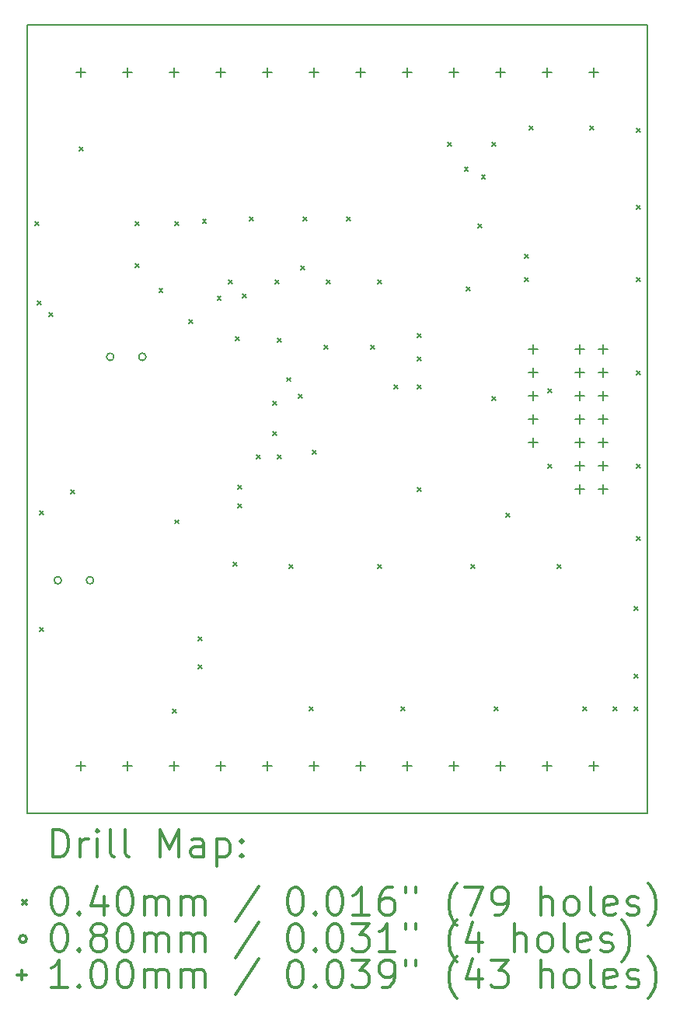
<source format=gbr>
%FSLAX45Y45*%
G04 Gerber Fmt 4.5, Leading zero omitted, Abs format (unit mm)*
G04 Created by KiCad (PCBNEW 5.0.2) date Fr 28 Dez 2018 21:47:53 CET*
%MOMM*%
%LPD*%
G01*
G04 APERTURE LIST*
%ADD10C,0.200000*%
%ADD11C,0.300000*%
G04 APERTURE END LIST*
D10*
X11909050Y-3619250D02*
X5152650Y-3619250D01*
X11909050Y-12204450D02*
X11909050Y-3619250D01*
X5152650Y-12204450D02*
X11909050Y-12204450D01*
X5152650Y-3619250D02*
X5152650Y-12204450D01*
D10*
X5234250Y-5758250D02*
X5274250Y-5798250D01*
X5274250Y-5758250D02*
X5234250Y-5798250D01*
X5259650Y-6621850D02*
X5299650Y-6661850D01*
X5299650Y-6621850D02*
X5259650Y-6661850D01*
X5285050Y-8907850D02*
X5325050Y-8947850D01*
X5325050Y-8907850D02*
X5285050Y-8947850D01*
X5285050Y-10177850D02*
X5325050Y-10217850D01*
X5325050Y-10177850D02*
X5285050Y-10217850D01*
X5386650Y-6748850D02*
X5426650Y-6788850D01*
X5426650Y-6748850D02*
X5386650Y-6788850D01*
X5621600Y-8679250D02*
X5661600Y-8719250D01*
X5661600Y-8679250D02*
X5621600Y-8719250D01*
X5716850Y-4945450D02*
X5756850Y-4985450D01*
X5756850Y-4945450D02*
X5716850Y-4985450D01*
X6326450Y-5758250D02*
X6366450Y-5798250D01*
X6366450Y-5758250D02*
X6326450Y-5798250D01*
X6326450Y-6215450D02*
X6366450Y-6255450D01*
X6366450Y-6215450D02*
X6326450Y-6255450D01*
X6585600Y-6489700D02*
X6625600Y-6529700D01*
X6625600Y-6489700D02*
X6585600Y-6529700D01*
X6736000Y-11066850D02*
X6776000Y-11106850D01*
X6776000Y-11066850D02*
X6736000Y-11106850D01*
X6758250Y-5758250D02*
X6798250Y-5798250D01*
X6798250Y-5758250D02*
X6758250Y-5798250D01*
X6759450Y-9008250D02*
X6799450Y-9048250D01*
X6799450Y-9008250D02*
X6759450Y-9048250D01*
X6910650Y-6825050D02*
X6950650Y-6865050D01*
X6950650Y-6825050D02*
X6910650Y-6865050D01*
X7012250Y-10279450D02*
X7052250Y-10319450D01*
X7052250Y-10279450D02*
X7012250Y-10319450D01*
X7012250Y-10589400D02*
X7052250Y-10629400D01*
X7052250Y-10589400D02*
X7012250Y-10629400D01*
X7060300Y-5735600D02*
X7100300Y-5775600D01*
X7100300Y-5735600D02*
X7060300Y-5775600D01*
X7221649Y-6571052D02*
X7261649Y-6611052D01*
X7261649Y-6571052D02*
X7221649Y-6611052D01*
X7342450Y-6393250D02*
X7382450Y-6433250D01*
X7382450Y-6393250D02*
X7342450Y-6433250D01*
X7393250Y-9466649D02*
X7433250Y-9506649D01*
X7433250Y-9466649D02*
X7393250Y-9506649D01*
X7418650Y-7015550D02*
X7458650Y-7055550D01*
X7458650Y-7015550D02*
X7418650Y-7055550D01*
X7444050Y-8628450D02*
X7484050Y-8668450D01*
X7484050Y-8628450D02*
X7444050Y-8668450D01*
X7444050Y-8831650D02*
X7484050Y-8871650D01*
X7484050Y-8831650D02*
X7444050Y-8871650D01*
X7494850Y-6545650D02*
X7534850Y-6585650D01*
X7534850Y-6545650D02*
X7494850Y-6585650D01*
X7571050Y-5707450D02*
X7611050Y-5747450D01*
X7611050Y-5707450D02*
X7571050Y-5747450D01*
X7647250Y-8298250D02*
X7687250Y-8338250D01*
X7687250Y-8298250D02*
X7647250Y-8338250D01*
X7825050Y-7714050D02*
X7865050Y-7754050D01*
X7865050Y-7714050D02*
X7825050Y-7754050D01*
X7825050Y-8044250D02*
X7865050Y-8084250D01*
X7865050Y-8044250D02*
X7825050Y-8084250D01*
X7850450Y-6393250D02*
X7890450Y-6433250D01*
X7890450Y-6393250D02*
X7850450Y-6433250D01*
X7875850Y-7028250D02*
X7915850Y-7068250D01*
X7915850Y-7028250D02*
X7875850Y-7068250D01*
X7875850Y-8298250D02*
X7915850Y-8338250D01*
X7915850Y-8298250D02*
X7875850Y-8338250D01*
X7978752Y-7458748D02*
X8018752Y-7498748D01*
X8018752Y-7458748D02*
X7978752Y-7498748D01*
X8002850Y-9492050D02*
X8042850Y-9532050D01*
X8042850Y-9492050D02*
X8002850Y-9532050D01*
X8002850Y-9492050D02*
X8042850Y-9532050D01*
X8042850Y-9492050D02*
X8002850Y-9532050D01*
X8102867Y-7639433D02*
X8142867Y-7679433D01*
X8142867Y-7639433D02*
X8102867Y-7679433D01*
X8129850Y-6240850D02*
X8169850Y-6280850D01*
X8169850Y-6240850D02*
X8129850Y-6280850D01*
X8155250Y-5707450D02*
X8195250Y-5747450D01*
X8195250Y-5707450D02*
X8155250Y-5747450D01*
X8221900Y-11041450D02*
X8261900Y-11081450D01*
X8261900Y-11041450D02*
X8221900Y-11081450D01*
X8256850Y-8247450D02*
X8296850Y-8287450D01*
X8296850Y-8247450D02*
X8256850Y-8287450D01*
X8383850Y-7104450D02*
X8423850Y-7144450D01*
X8423850Y-7104450D02*
X8383850Y-7144450D01*
X8409250Y-6393250D02*
X8449250Y-6433250D01*
X8449250Y-6393250D02*
X8409250Y-6433250D01*
X8631850Y-5707450D02*
X8671850Y-5747450D01*
X8671850Y-5707450D02*
X8631850Y-5747450D01*
X8891850Y-7104450D02*
X8931850Y-7144450D01*
X8931850Y-7104450D02*
X8891850Y-7144450D01*
X8968050Y-6393250D02*
X9008050Y-6433250D01*
X9008050Y-6393250D02*
X8968050Y-6433250D01*
X8968050Y-9492050D02*
X9008050Y-9532050D01*
X9008050Y-9492050D02*
X8968050Y-9532050D01*
X9145850Y-7536250D02*
X9185850Y-7576250D01*
X9185850Y-7536250D02*
X9145850Y-7576250D01*
X9225200Y-11041450D02*
X9265200Y-11081450D01*
X9265200Y-11041450D02*
X9225200Y-11081450D01*
X9397800Y-8653850D02*
X9437800Y-8693850D01*
X9437800Y-8653850D02*
X9397800Y-8693850D01*
X9399850Y-6977450D02*
X9439850Y-7017450D01*
X9439850Y-6977450D02*
X9399850Y-7017450D01*
X9399850Y-7231450D02*
X9439850Y-7271450D01*
X9439850Y-7231450D02*
X9399850Y-7271450D01*
X9399850Y-7536250D02*
X9439850Y-7576250D01*
X9439850Y-7536250D02*
X9399850Y-7576250D01*
X9730050Y-4894650D02*
X9770050Y-4934650D01*
X9770050Y-4894650D02*
X9730050Y-4934650D01*
X9913000Y-5168900D02*
X9953000Y-5208900D01*
X9953000Y-5168900D02*
X9913000Y-5208900D01*
X9933250Y-6469450D02*
X9973250Y-6509450D01*
X9973250Y-6469450D02*
X9933250Y-6509450D01*
X9984050Y-9492050D02*
X10024050Y-9532050D01*
X10024050Y-9492050D02*
X9984050Y-9532050D01*
X10060250Y-5786799D02*
X10100250Y-5826799D01*
X10100250Y-5786799D02*
X10060250Y-5826799D01*
X10100250Y-5250250D02*
X10140250Y-5290250D01*
X10140250Y-5250250D02*
X10100250Y-5290250D01*
X10212649Y-7663250D02*
X10252649Y-7703250D01*
X10252649Y-7663250D02*
X10212649Y-7703250D01*
X10212650Y-4894650D02*
X10252650Y-4934650D01*
X10252650Y-4894650D02*
X10212650Y-4934650D01*
X10241200Y-11041450D02*
X10281200Y-11081450D01*
X10281200Y-11041450D02*
X10241200Y-11081450D01*
X10365050Y-8933250D02*
X10405050Y-8973250D01*
X10405050Y-8933250D02*
X10365050Y-8973250D01*
X10568250Y-6113850D02*
X10608250Y-6153850D01*
X10608250Y-6113850D02*
X10568250Y-6153850D01*
X10568250Y-6367850D02*
X10608250Y-6407850D01*
X10608250Y-6367850D02*
X10568250Y-6407850D01*
X10619050Y-4716850D02*
X10659050Y-4756850D01*
X10659050Y-4716850D02*
X10619050Y-4756850D01*
X10822250Y-7580851D02*
X10862250Y-7620851D01*
X10862250Y-7580851D02*
X10822250Y-7620851D01*
X10822250Y-8399850D02*
X10862250Y-8439850D01*
X10862250Y-8399850D02*
X10822250Y-8439850D01*
X10923850Y-9492050D02*
X10963850Y-9532050D01*
X10963850Y-9492050D02*
X10923850Y-9532050D01*
X11206400Y-11041450D02*
X11246400Y-11081450D01*
X11246400Y-11041450D02*
X11206400Y-11081450D01*
X11279450Y-4716850D02*
X11319450Y-4756850D01*
X11319450Y-4716850D02*
X11279450Y-4756850D01*
X11533450Y-11041450D02*
X11573450Y-11081450D01*
X11573450Y-11041450D02*
X11533450Y-11081450D01*
X11762050Y-9949250D02*
X11802050Y-9989250D01*
X11802050Y-9949250D02*
X11762050Y-9989250D01*
X11762050Y-10685850D02*
X11802050Y-10725850D01*
X11802050Y-10685850D02*
X11762050Y-10725850D01*
X11762050Y-11041450D02*
X11802050Y-11081450D01*
X11802050Y-11041450D02*
X11762050Y-11081450D01*
X11787450Y-4742250D02*
X11827450Y-4782250D01*
X11827450Y-4742250D02*
X11787450Y-4782250D01*
X11787450Y-5580450D02*
X11827450Y-5620450D01*
X11827450Y-5580450D02*
X11787450Y-5620450D01*
X11787450Y-6367850D02*
X11827450Y-6407850D01*
X11827450Y-6367850D02*
X11787450Y-6407850D01*
X11787450Y-7383850D02*
X11827450Y-7423850D01*
X11827450Y-7383850D02*
X11787450Y-7423850D01*
X11787450Y-8399850D02*
X11827450Y-8439850D01*
X11827450Y-8399850D02*
X11787450Y-8439850D01*
X11787450Y-9187250D02*
X11827450Y-9227250D01*
X11827450Y-9187250D02*
X11787450Y-9227250D01*
X5522850Y-9664450D02*
G75*
G03X5522850Y-9664450I-40000J0D01*
G01*
X5872850Y-9664450D02*
G75*
G03X5872850Y-9664450I-40000J0D01*
G01*
X6093600Y-7232400D02*
G75*
G03X6093600Y-7232400I-40000J0D01*
G01*
X6443600Y-7232400D02*
G75*
G03X6443600Y-7232400I-40000J0D01*
G01*
X11172450Y-7099850D02*
X11172450Y-7199850D01*
X11122450Y-7149850D02*
X11222450Y-7149850D01*
X11172450Y-7353850D02*
X11172450Y-7453850D01*
X11122450Y-7403850D02*
X11222450Y-7403850D01*
X11172450Y-7607850D02*
X11172450Y-7707850D01*
X11122450Y-7657850D02*
X11222450Y-7657850D01*
X11172450Y-7861850D02*
X11172450Y-7961850D01*
X11122450Y-7911850D02*
X11222450Y-7911850D01*
X11172450Y-8115850D02*
X11172450Y-8215850D01*
X11122450Y-8165850D02*
X11222450Y-8165850D01*
X11172450Y-8369850D02*
X11172450Y-8469850D01*
X11122450Y-8419850D02*
X11222450Y-8419850D01*
X11172450Y-8623850D02*
X11172450Y-8723850D01*
X11122450Y-8673850D02*
X11222450Y-8673850D01*
X11426450Y-7099850D02*
X11426450Y-7199850D01*
X11376450Y-7149850D02*
X11476450Y-7149850D01*
X11426450Y-7353850D02*
X11426450Y-7453850D01*
X11376450Y-7403850D02*
X11476450Y-7403850D01*
X11426450Y-7607850D02*
X11426450Y-7707850D01*
X11376450Y-7657850D02*
X11476450Y-7657850D01*
X11426450Y-7861850D02*
X11426450Y-7961850D01*
X11376450Y-7911850D02*
X11476450Y-7911850D01*
X11426450Y-8115850D02*
X11426450Y-8215850D01*
X11376450Y-8165850D02*
X11476450Y-8165850D01*
X11426450Y-8369850D02*
X11426450Y-8469850D01*
X11376450Y-8419850D02*
X11476450Y-8419850D01*
X11426450Y-8623850D02*
X11426450Y-8723850D01*
X11376450Y-8673850D02*
X11476450Y-8673850D01*
X10664050Y-7099850D02*
X10664050Y-7199850D01*
X10614050Y-7149850D02*
X10714050Y-7149850D01*
X10664050Y-7353850D02*
X10664050Y-7453850D01*
X10614050Y-7403850D02*
X10714050Y-7403850D01*
X10664050Y-7607850D02*
X10664050Y-7707850D01*
X10614050Y-7657850D02*
X10714050Y-7657850D01*
X10664050Y-7861850D02*
X10664050Y-7961850D01*
X10614050Y-7911850D02*
X10714050Y-7911850D01*
X10664050Y-8115850D02*
X10664050Y-8215850D01*
X10614050Y-8165850D02*
X10714050Y-8165850D01*
X5736850Y-4086850D02*
X5736850Y-4186850D01*
X5686850Y-4136850D02*
X5786850Y-4136850D01*
X5736850Y-11636850D02*
X5736850Y-11736850D01*
X5686850Y-11686850D02*
X5786850Y-11686850D01*
X6244850Y-4086850D02*
X6244850Y-4186850D01*
X6194850Y-4136850D02*
X6294850Y-4136850D01*
X6244850Y-11636850D02*
X6244850Y-11736850D01*
X6194850Y-11686850D02*
X6294850Y-11686850D01*
X6752850Y-4086850D02*
X6752850Y-4186850D01*
X6702850Y-4136850D02*
X6802850Y-4136850D01*
X6752850Y-11636850D02*
X6752850Y-11736850D01*
X6702850Y-11686850D02*
X6802850Y-11686850D01*
X7260850Y-4086850D02*
X7260850Y-4186850D01*
X7210850Y-4136850D02*
X7310850Y-4136850D01*
X7260850Y-11636850D02*
X7260850Y-11736850D01*
X7210850Y-11686850D02*
X7310850Y-11686850D01*
X7768850Y-4086850D02*
X7768850Y-4186850D01*
X7718850Y-4136850D02*
X7818850Y-4136850D01*
X7768850Y-11636850D02*
X7768850Y-11736850D01*
X7718850Y-11686850D02*
X7818850Y-11686850D01*
X8276850Y-4086850D02*
X8276850Y-4186850D01*
X8226850Y-4136850D02*
X8326850Y-4136850D01*
X8276850Y-11636850D02*
X8276850Y-11736850D01*
X8226850Y-11686850D02*
X8326850Y-11686850D01*
X8784850Y-4086850D02*
X8784850Y-4186850D01*
X8734850Y-4136850D02*
X8834850Y-4136850D01*
X8784850Y-11636850D02*
X8784850Y-11736850D01*
X8734850Y-11686850D02*
X8834850Y-11686850D01*
X9292850Y-4086850D02*
X9292850Y-4186850D01*
X9242850Y-4136850D02*
X9342850Y-4136850D01*
X9292850Y-11636850D02*
X9292850Y-11736850D01*
X9242850Y-11686850D02*
X9342850Y-11686850D01*
X9800850Y-4086850D02*
X9800850Y-4186850D01*
X9750850Y-4136850D02*
X9850850Y-4136850D01*
X9800850Y-11636850D02*
X9800850Y-11736850D01*
X9750850Y-11686850D02*
X9850850Y-11686850D01*
X10308850Y-4086850D02*
X10308850Y-4186850D01*
X10258850Y-4136850D02*
X10358850Y-4136850D01*
X10308850Y-11636850D02*
X10308850Y-11736850D01*
X10258850Y-11686850D02*
X10358850Y-11686850D01*
X10816850Y-4086850D02*
X10816850Y-4186850D01*
X10766850Y-4136850D02*
X10866850Y-4136850D01*
X10816850Y-11636850D02*
X10816850Y-11736850D01*
X10766850Y-11686850D02*
X10866850Y-11686850D01*
X11324850Y-4086850D02*
X11324850Y-4186850D01*
X11274850Y-4136850D02*
X11374850Y-4136850D01*
X11324850Y-11636850D02*
X11324850Y-11736850D01*
X11274850Y-11686850D02*
X11374850Y-11686850D01*
D11*
X5429078Y-12680164D02*
X5429078Y-12380164D01*
X5500507Y-12380164D01*
X5543364Y-12394450D01*
X5571936Y-12423021D01*
X5586221Y-12451593D01*
X5600507Y-12508736D01*
X5600507Y-12551593D01*
X5586221Y-12608736D01*
X5571936Y-12637307D01*
X5543364Y-12665879D01*
X5500507Y-12680164D01*
X5429078Y-12680164D01*
X5729078Y-12680164D02*
X5729078Y-12480164D01*
X5729078Y-12537307D02*
X5743364Y-12508736D01*
X5757650Y-12494450D01*
X5786221Y-12480164D01*
X5814793Y-12480164D01*
X5914793Y-12680164D02*
X5914793Y-12480164D01*
X5914793Y-12380164D02*
X5900507Y-12394450D01*
X5914793Y-12408736D01*
X5929078Y-12394450D01*
X5914793Y-12380164D01*
X5914793Y-12408736D01*
X6100507Y-12680164D02*
X6071936Y-12665879D01*
X6057650Y-12637307D01*
X6057650Y-12380164D01*
X6257650Y-12680164D02*
X6229078Y-12665879D01*
X6214793Y-12637307D01*
X6214793Y-12380164D01*
X6600507Y-12680164D02*
X6600507Y-12380164D01*
X6700507Y-12594450D01*
X6800507Y-12380164D01*
X6800507Y-12680164D01*
X7071936Y-12680164D02*
X7071936Y-12523021D01*
X7057650Y-12494450D01*
X7029078Y-12480164D01*
X6971936Y-12480164D01*
X6943364Y-12494450D01*
X7071936Y-12665879D02*
X7043364Y-12680164D01*
X6971936Y-12680164D01*
X6943364Y-12665879D01*
X6929078Y-12637307D01*
X6929078Y-12608736D01*
X6943364Y-12580164D01*
X6971936Y-12565879D01*
X7043364Y-12565879D01*
X7071936Y-12551593D01*
X7214793Y-12480164D02*
X7214793Y-12780164D01*
X7214793Y-12494450D02*
X7243364Y-12480164D01*
X7300507Y-12480164D01*
X7329078Y-12494450D01*
X7343364Y-12508736D01*
X7357650Y-12537307D01*
X7357650Y-12623021D01*
X7343364Y-12651593D01*
X7329078Y-12665879D01*
X7300507Y-12680164D01*
X7243364Y-12680164D01*
X7214793Y-12665879D01*
X7486221Y-12651593D02*
X7500507Y-12665879D01*
X7486221Y-12680164D01*
X7471936Y-12665879D01*
X7486221Y-12651593D01*
X7486221Y-12680164D01*
X7486221Y-12494450D02*
X7500507Y-12508736D01*
X7486221Y-12523021D01*
X7471936Y-12508736D01*
X7486221Y-12494450D01*
X7486221Y-12523021D01*
X5102650Y-13154450D02*
X5142650Y-13194450D01*
X5142650Y-13154450D02*
X5102650Y-13194450D01*
X5486221Y-13010164D02*
X5514793Y-13010164D01*
X5543364Y-13024450D01*
X5557650Y-13038736D01*
X5571936Y-13067307D01*
X5586221Y-13124450D01*
X5586221Y-13195879D01*
X5571936Y-13253021D01*
X5557650Y-13281593D01*
X5543364Y-13295879D01*
X5514793Y-13310164D01*
X5486221Y-13310164D01*
X5457650Y-13295879D01*
X5443364Y-13281593D01*
X5429078Y-13253021D01*
X5414793Y-13195879D01*
X5414793Y-13124450D01*
X5429078Y-13067307D01*
X5443364Y-13038736D01*
X5457650Y-13024450D01*
X5486221Y-13010164D01*
X5714793Y-13281593D02*
X5729078Y-13295879D01*
X5714793Y-13310164D01*
X5700507Y-13295879D01*
X5714793Y-13281593D01*
X5714793Y-13310164D01*
X5986221Y-13110164D02*
X5986221Y-13310164D01*
X5914793Y-12995879D02*
X5843364Y-13210164D01*
X6029078Y-13210164D01*
X6200507Y-13010164D02*
X6229078Y-13010164D01*
X6257650Y-13024450D01*
X6271936Y-13038736D01*
X6286221Y-13067307D01*
X6300507Y-13124450D01*
X6300507Y-13195879D01*
X6286221Y-13253021D01*
X6271936Y-13281593D01*
X6257650Y-13295879D01*
X6229078Y-13310164D01*
X6200507Y-13310164D01*
X6171936Y-13295879D01*
X6157650Y-13281593D01*
X6143364Y-13253021D01*
X6129078Y-13195879D01*
X6129078Y-13124450D01*
X6143364Y-13067307D01*
X6157650Y-13038736D01*
X6171936Y-13024450D01*
X6200507Y-13010164D01*
X6429078Y-13310164D02*
X6429078Y-13110164D01*
X6429078Y-13138736D02*
X6443364Y-13124450D01*
X6471936Y-13110164D01*
X6514793Y-13110164D01*
X6543364Y-13124450D01*
X6557650Y-13153021D01*
X6557650Y-13310164D01*
X6557650Y-13153021D02*
X6571936Y-13124450D01*
X6600507Y-13110164D01*
X6643364Y-13110164D01*
X6671936Y-13124450D01*
X6686221Y-13153021D01*
X6686221Y-13310164D01*
X6829078Y-13310164D02*
X6829078Y-13110164D01*
X6829078Y-13138736D02*
X6843364Y-13124450D01*
X6871936Y-13110164D01*
X6914793Y-13110164D01*
X6943364Y-13124450D01*
X6957650Y-13153021D01*
X6957650Y-13310164D01*
X6957650Y-13153021D02*
X6971936Y-13124450D01*
X7000507Y-13110164D01*
X7043364Y-13110164D01*
X7071936Y-13124450D01*
X7086221Y-13153021D01*
X7086221Y-13310164D01*
X7671936Y-12995879D02*
X7414793Y-13381593D01*
X8057650Y-13010164D02*
X8086221Y-13010164D01*
X8114793Y-13024450D01*
X8129078Y-13038736D01*
X8143364Y-13067307D01*
X8157650Y-13124450D01*
X8157650Y-13195879D01*
X8143364Y-13253021D01*
X8129078Y-13281593D01*
X8114793Y-13295879D01*
X8086221Y-13310164D01*
X8057650Y-13310164D01*
X8029078Y-13295879D01*
X8014793Y-13281593D01*
X8000507Y-13253021D01*
X7986221Y-13195879D01*
X7986221Y-13124450D01*
X8000507Y-13067307D01*
X8014793Y-13038736D01*
X8029078Y-13024450D01*
X8057650Y-13010164D01*
X8286221Y-13281593D02*
X8300507Y-13295879D01*
X8286221Y-13310164D01*
X8271936Y-13295879D01*
X8286221Y-13281593D01*
X8286221Y-13310164D01*
X8486221Y-13010164D02*
X8514793Y-13010164D01*
X8543364Y-13024450D01*
X8557650Y-13038736D01*
X8571936Y-13067307D01*
X8586221Y-13124450D01*
X8586221Y-13195879D01*
X8571936Y-13253021D01*
X8557650Y-13281593D01*
X8543364Y-13295879D01*
X8514793Y-13310164D01*
X8486221Y-13310164D01*
X8457650Y-13295879D01*
X8443364Y-13281593D01*
X8429078Y-13253021D01*
X8414793Y-13195879D01*
X8414793Y-13124450D01*
X8429078Y-13067307D01*
X8443364Y-13038736D01*
X8457650Y-13024450D01*
X8486221Y-13010164D01*
X8871936Y-13310164D02*
X8700507Y-13310164D01*
X8786221Y-13310164D02*
X8786221Y-13010164D01*
X8757650Y-13053021D01*
X8729078Y-13081593D01*
X8700507Y-13095879D01*
X9129078Y-13010164D02*
X9071936Y-13010164D01*
X9043364Y-13024450D01*
X9029078Y-13038736D01*
X9000507Y-13081593D01*
X8986221Y-13138736D01*
X8986221Y-13253021D01*
X9000507Y-13281593D01*
X9014793Y-13295879D01*
X9043364Y-13310164D01*
X9100507Y-13310164D01*
X9129078Y-13295879D01*
X9143364Y-13281593D01*
X9157650Y-13253021D01*
X9157650Y-13181593D01*
X9143364Y-13153021D01*
X9129078Y-13138736D01*
X9100507Y-13124450D01*
X9043364Y-13124450D01*
X9014793Y-13138736D01*
X9000507Y-13153021D01*
X8986221Y-13181593D01*
X9271936Y-13010164D02*
X9271936Y-13067307D01*
X9386221Y-13010164D02*
X9386221Y-13067307D01*
X9829078Y-13424450D02*
X9814793Y-13410164D01*
X9786221Y-13367307D01*
X9771936Y-13338736D01*
X9757650Y-13295879D01*
X9743364Y-13224450D01*
X9743364Y-13167307D01*
X9757650Y-13095879D01*
X9771936Y-13053021D01*
X9786221Y-13024450D01*
X9814793Y-12981593D01*
X9829078Y-12967307D01*
X9914793Y-13010164D02*
X10114793Y-13010164D01*
X9986221Y-13310164D01*
X10243364Y-13310164D02*
X10300507Y-13310164D01*
X10329078Y-13295879D01*
X10343364Y-13281593D01*
X10371936Y-13238736D01*
X10386221Y-13181593D01*
X10386221Y-13067307D01*
X10371936Y-13038736D01*
X10357650Y-13024450D01*
X10329078Y-13010164D01*
X10271936Y-13010164D01*
X10243364Y-13024450D01*
X10229078Y-13038736D01*
X10214793Y-13067307D01*
X10214793Y-13138736D01*
X10229078Y-13167307D01*
X10243364Y-13181593D01*
X10271936Y-13195879D01*
X10329078Y-13195879D01*
X10357650Y-13181593D01*
X10371936Y-13167307D01*
X10386221Y-13138736D01*
X10743364Y-13310164D02*
X10743364Y-13010164D01*
X10871936Y-13310164D02*
X10871936Y-13153021D01*
X10857650Y-13124450D01*
X10829078Y-13110164D01*
X10786221Y-13110164D01*
X10757650Y-13124450D01*
X10743364Y-13138736D01*
X11057650Y-13310164D02*
X11029078Y-13295879D01*
X11014793Y-13281593D01*
X11000507Y-13253021D01*
X11000507Y-13167307D01*
X11014793Y-13138736D01*
X11029078Y-13124450D01*
X11057650Y-13110164D01*
X11100507Y-13110164D01*
X11129078Y-13124450D01*
X11143364Y-13138736D01*
X11157650Y-13167307D01*
X11157650Y-13253021D01*
X11143364Y-13281593D01*
X11129078Y-13295879D01*
X11100507Y-13310164D01*
X11057650Y-13310164D01*
X11329078Y-13310164D02*
X11300507Y-13295879D01*
X11286221Y-13267307D01*
X11286221Y-13010164D01*
X11557650Y-13295879D02*
X11529078Y-13310164D01*
X11471936Y-13310164D01*
X11443364Y-13295879D01*
X11429078Y-13267307D01*
X11429078Y-13153021D01*
X11443364Y-13124450D01*
X11471936Y-13110164D01*
X11529078Y-13110164D01*
X11557650Y-13124450D01*
X11571936Y-13153021D01*
X11571936Y-13181593D01*
X11429078Y-13210164D01*
X11686221Y-13295879D02*
X11714793Y-13310164D01*
X11771936Y-13310164D01*
X11800507Y-13295879D01*
X11814793Y-13267307D01*
X11814793Y-13253021D01*
X11800507Y-13224450D01*
X11771936Y-13210164D01*
X11729078Y-13210164D01*
X11700507Y-13195879D01*
X11686221Y-13167307D01*
X11686221Y-13153021D01*
X11700507Y-13124450D01*
X11729078Y-13110164D01*
X11771936Y-13110164D01*
X11800507Y-13124450D01*
X11914793Y-13424450D02*
X11929078Y-13410164D01*
X11957650Y-13367307D01*
X11971936Y-13338736D01*
X11986221Y-13295879D01*
X12000507Y-13224450D01*
X12000507Y-13167307D01*
X11986221Y-13095879D01*
X11971936Y-13053021D01*
X11957650Y-13024450D01*
X11929078Y-12981593D01*
X11914793Y-12967307D01*
X5142650Y-13570450D02*
G75*
G03X5142650Y-13570450I-40000J0D01*
G01*
X5486221Y-13406164D02*
X5514793Y-13406164D01*
X5543364Y-13420450D01*
X5557650Y-13434736D01*
X5571936Y-13463307D01*
X5586221Y-13520450D01*
X5586221Y-13591879D01*
X5571936Y-13649021D01*
X5557650Y-13677593D01*
X5543364Y-13691879D01*
X5514793Y-13706164D01*
X5486221Y-13706164D01*
X5457650Y-13691879D01*
X5443364Y-13677593D01*
X5429078Y-13649021D01*
X5414793Y-13591879D01*
X5414793Y-13520450D01*
X5429078Y-13463307D01*
X5443364Y-13434736D01*
X5457650Y-13420450D01*
X5486221Y-13406164D01*
X5714793Y-13677593D02*
X5729078Y-13691879D01*
X5714793Y-13706164D01*
X5700507Y-13691879D01*
X5714793Y-13677593D01*
X5714793Y-13706164D01*
X5900507Y-13534736D02*
X5871936Y-13520450D01*
X5857650Y-13506164D01*
X5843364Y-13477593D01*
X5843364Y-13463307D01*
X5857650Y-13434736D01*
X5871936Y-13420450D01*
X5900507Y-13406164D01*
X5957650Y-13406164D01*
X5986221Y-13420450D01*
X6000507Y-13434736D01*
X6014793Y-13463307D01*
X6014793Y-13477593D01*
X6000507Y-13506164D01*
X5986221Y-13520450D01*
X5957650Y-13534736D01*
X5900507Y-13534736D01*
X5871936Y-13549021D01*
X5857650Y-13563307D01*
X5843364Y-13591879D01*
X5843364Y-13649021D01*
X5857650Y-13677593D01*
X5871936Y-13691879D01*
X5900507Y-13706164D01*
X5957650Y-13706164D01*
X5986221Y-13691879D01*
X6000507Y-13677593D01*
X6014793Y-13649021D01*
X6014793Y-13591879D01*
X6000507Y-13563307D01*
X5986221Y-13549021D01*
X5957650Y-13534736D01*
X6200507Y-13406164D02*
X6229078Y-13406164D01*
X6257650Y-13420450D01*
X6271936Y-13434736D01*
X6286221Y-13463307D01*
X6300507Y-13520450D01*
X6300507Y-13591879D01*
X6286221Y-13649021D01*
X6271936Y-13677593D01*
X6257650Y-13691879D01*
X6229078Y-13706164D01*
X6200507Y-13706164D01*
X6171936Y-13691879D01*
X6157650Y-13677593D01*
X6143364Y-13649021D01*
X6129078Y-13591879D01*
X6129078Y-13520450D01*
X6143364Y-13463307D01*
X6157650Y-13434736D01*
X6171936Y-13420450D01*
X6200507Y-13406164D01*
X6429078Y-13706164D02*
X6429078Y-13506164D01*
X6429078Y-13534736D02*
X6443364Y-13520450D01*
X6471936Y-13506164D01*
X6514793Y-13506164D01*
X6543364Y-13520450D01*
X6557650Y-13549021D01*
X6557650Y-13706164D01*
X6557650Y-13549021D02*
X6571936Y-13520450D01*
X6600507Y-13506164D01*
X6643364Y-13506164D01*
X6671936Y-13520450D01*
X6686221Y-13549021D01*
X6686221Y-13706164D01*
X6829078Y-13706164D02*
X6829078Y-13506164D01*
X6829078Y-13534736D02*
X6843364Y-13520450D01*
X6871936Y-13506164D01*
X6914793Y-13506164D01*
X6943364Y-13520450D01*
X6957650Y-13549021D01*
X6957650Y-13706164D01*
X6957650Y-13549021D02*
X6971936Y-13520450D01*
X7000507Y-13506164D01*
X7043364Y-13506164D01*
X7071936Y-13520450D01*
X7086221Y-13549021D01*
X7086221Y-13706164D01*
X7671936Y-13391879D02*
X7414793Y-13777593D01*
X8057650Y-13406164D02*
X8086221Y-13406164D01*
X8114793Y-13420450D01*
X8129078Y-13434736D01*
X8143364Y-13463307D01*
X8157650Y-13520450D01*
X8157650Y-13591879D01*
X8143364Y-13649021D01*
X8129078Y-13677593D01*
X8114793Y-13691879D01*
X8086221Y-13706164D01*
X8057650Y-13706164D01*
X8029078Y-13691879D01*
X8014793Y-13677593D01*
X8000507Y-13649021D01*
X7986221Y-13591879D01*
X7986221Y-13520450D01*
X8000507Y-13463307D01*
X8014793Y-13434736D01*
X8029078Y-13420450D01*
X8057650Y-13406164D01*
X8286221Y-13677593D02*
X8300507Y-13691879D01*
X8286221Y-13706164D01*
X8271936Y-13691879D01*
X8286221Y-13677593D01*
X8286221Y-13706164D01*
X8486221Y-13406164D02*
X8514793Y-13406164D01*
X8543364Y-13420450D01*
X8557650Y-13434736D01*
X8571936Y-13463307D01*
X8586221Y-13520450D01*
X8586221Y-13591879D01*
X8571936Y-13649021D01*
X8557650Y-13677593D01*
X8543364Y-13691879D01*
X8514793Y-13706164D01*
X8486221Y-13706164D01*
X8457650Y-13691879D01*
X8443364Y-13677593D01*
X8429078Y-13649021D01*
X8414793Y-13591879D01*
X8414793Y-13520450D01*
X8429078Y-13463307D01*
X8443364Y-13434736D01*
X8457650Y-13420450D01*
X8486221Y-13406164D01*
X8686221Y-13406164D02*
X8871936Y-13406164D01*
X8771936Y-13520450D01*
X8814793Y-13520450D01*
X8843364Y-13534736D01*
X8857650Y-13549021D01*
X8871936Y-13577593D01*
X8871936Y-13649021D01*
X8857650Y-13677593D01*
X8843364Y-13691879D01*
X8814793Y-13706164D01*
X8729078Y-13706164D01*
X8700507Y-13691879D01*
X8686221Y-13677593D01*
X9157650Y-13706164D02*
X8986221Y-13706164D01*
X9071936Y-13706164D02*
X9071936Y-13406164D01*
X9043364Y-13449021D01*
X9014793Y-13477593D01*
X8986221Y-13491879D01*
X9271936Y-13406164D02*
X9271936Y-13463307D01*
X9386221Y-13406164D02*
X9386221Y-13463307D01*
X9829078Y-13820450D02*
X9814793Y-13806164D01*
X9786221Y-13763307D01*
X9771936Y-13734736D01*
X9757650Y-13691879D01*
X9743364Y-13620450D01*
X9743364Y-13563307D01*
X9757650Y-13491879D01*
X9771936Y-13449021D01*
X9786221Y-13420450D01*
X9814793Y-13377593D01*
X9829078Y-13363307D01*
X10071936Y-13506164D02*
X10071936Y-13706164D01*
X10000507Y-13391879D02*
X9929078Y-13606164D01*
X10114793Y-13606164D01*
X10457650Y-13706164D02*
X10457650Y-13406164D01*
X10586221Y-13706164D02*
X10586221Y-13549021D01*
X10571936Y-13520450D01*
X10543364Y-13506164D01*
X10500507Y-13506164D01*
X10471936Y-13520450D01*
X10457650Y-13534736D01*
X10771936Y-13706164D02*
X10743364Y-13691879D01*
X10729078Y-13677593D01*
X10714793Y-13649021D01*
X10714793Y-13563307D01*
X10729078Y-13534736D01*
X10743364Y-13520450D01*
X10771936Y-13506164D01*
X10814793Y-13506164D01*
X10843364Y-13520450D01*
X10857650Y-13534736D01*
X10871936Y-13563307D01*
X10871936Y-13649021D01*
X10857650Y-13677593D01*
X10843364Y-13691879D01*
X10814793Y-13706164D01*
X10771936Y-13706164D01*
X11043364Y-13706164D02*
X11014793Y-13691879D01*
X11000507Y-13663307D01*
X11000507Y-13406164D01*
X11271936Y-13691879D02*
X11243364Y-13706164D01*
X11186221Y-13706164D01*
X11157650Y-13691879D01*
X11143364Y-13663307D01*
X11143364Y-13549021D01*
X11157650Y-13520450D01*
X11186221Y-13506164D01*
X11243364Y-13506164D01*
X11271936Y-13520450D01*
X11286221Y-13549021D01*
X11286221Y-13577593D01*
X11143364Y-13606164D01*
X11400507Y-13691879D02*
X11429078Y-13706164D01*
X11486221Y-13706164D01*
X11514793Y-13691879D01*
X11529078Y-13663307D01*
X11529078Y-13649021D01*
X11514793Y-13620450D01*
X11486221Y-13606164D01*
X11443364Y-13606164D01*
X11414793Y-13591879D01*
X11400507Y-13563307D01*
X11400507Y-13549021D01*
X11414793Y-13520450D01*
X11443364Y-13506164D01*
X11486221Y-13506164D01*
X11514793Y-13520450D01*
X11629078Y-13820450D02*
X11643364Y-13806164D01*
X11671936Y-13763307D01*
X11686221Y-13734736D01*
X11700507Y-13691879D01*
X11714793Y-13620450D01*
X11714793Y-13563307D01*
X11700507Y-13491879D01*
X11686221Y-13449021D01*
X11671936Y-13420450D01*
X11643364Y-13377593D01*
X11629078Y-13363307D01*
X5092650Y-13916450D02*
X5092650Y-14016450D01*
X5042650Y-13966450D02*
X5142650Y-13966450D01*
X5586221Y-14102164D02*
X5414793Y-14102164D01*
X5500507Y-14102164D02*
X5500507Y-13802164D01*
X5471936Y-13845021D01*
X5443364Y-13873593D01*
X5414793Y-13887879D01*
X5714793Y-14073593D02*
X5729078Y-14087879D01*
X5714793Y-14102164D01*
X5700507Y-14087879D01*
X5714793Y-14073593D01*
X5714793Y-14102164D01*
X5914793Y-13802164D02*
X5943364Y-13802164D01*
X5971936Y-13816450D01*
X5986221Y-13830736D01*
X6000507Y-13859307D01*
X6014793Y-13916450D01*
X6014793Y-13987879D01*
X6000507Y-14045021D01*
X5986221Y-14073593D01*
X5971936Y-14087879D01*
X5943364Y-14102164D01*
X5914793Y-14102164D01*
X5886221Y-14087879D01*
X5871936Y-14073593D01*
X5857650Y-14045021D01*
X5843364Y-13987879D01*
X5843364Y-13916450D01*
X5857650Y-13859307D01*
X5871936Y-13830736D01*
X5886221Y-13816450D01*
X5914793Y-13802164D01*
X6200507Y-13802164D02*
X6229078Y-13802164D01*
X6257650Y-13816450D01*
X6271936Y-13830736D01*
X6286221Y-13859307D01*
X6300507Y-13916450D01*
X6300507Y-13987879D01*
X6286221Y-14045021D01*
X6271936Y-14073593D01*
X6257650Y-14087879D01*
X6229078Y-14102164D01*
X6200507Y-14102164D01*
X6171936Y-14087879D01*
X6157650Y-14073593D01*
X6143364Y-14045021D01*
X6129078Y-13987879D01*
X6129078Y-13916450D01*
X6143364Y-13859307D01*
X6157650Y-13830736D01*
X6171936Y-13816450D01*
X6200507Y-13802164D01*
X6429078Y-14102164D02*
X6429078Y-13902164D01*
X6429078Y-13930736D02*
X6443364Y-13916450D01*
X6471936Y-13902164D01*
X6514793Y-13902164D01*
X6543364Y-13916450D01*
X6557650Y-13945021D01*
X6557650Y-14102164D01*
X6557650Y-13945021D02*
X6571936Y-13916450D01*
X6600507Y-13902164D01*
X6643364Y-13902164D01*
X6671936Y-13916450D01*
X6686221Y-13945021D01*
X6686221Y-14102164D01*
X6829078Y-14102164D02*
X6829078Y-13902164D01*
X6829078Y-13930736D02*
X6843364Y-13916450D01*
X6871936Y-13902164D01*
X6914793Y-13902164D01*
X6943364Y-13916450D01*
X6957650Y-13945021D01*
X6957650Y-14102164D01*
X6957650Y-13945021D02*
X6971936Y-13916450D01*
X7000507Y-13902164D01*
X7043364Y-13902164D01*
X7071936Y-13916450D01*
X7086221Y-13945021D01*
X7086221Y-14102164D01*
X7671936Y-13787879D02*
X7414793Y-14173593D01*
X8057650Y-13802164D02*
X8086221Y-13802164D01*
X8114793Y-13816450D01*
X8129078Y-13830736D01*
X8143364Y-13859307D01*
X8157650Y-13916450D01*
X8157650Y-13987879D01*
X8143364Y-14045021D01*
X8129078Y-14073593D01*
X8114793Y-14087879D01*
X8086221Y-14102164D01*
X8057650Y-14102164D01*
X8029078Y-14087879D01*
X8014793Y-14073593D01*
X8000507Y-14045021D01*
X7986221Y-13987879D01*
X7986221Y-13916450D01*
X8000507Y-13859307D01*
X8014793Y-13830736D01*
X8029078Y-13816450D01*
X8057650Y-13802164D01*
X8286221Y-14073593D02*
X8300507Y-14087879D01*
X8286221Y-14102164D01*
X8271936Y-14087879D01*
X8286221Y-14073593D01*
X8286221Y-14102164D01*
X8486221Y-13802164D02*
X8514793Y-13802164D01*
X8543364Y-13816450D01*
X8557650Y-13830736D01*
X8571936Y-13859307D01*
X8586221Y-13916450D01*
X8586221Y-13987879D01*
X8571936Y-14045021D01*
X8557650Y-14073593D01*
X8543364Y-14087879D01*
X8514793Y-14102164D01*
X8486221Y-14102164D01*
X8457650Y-14087879D01*
X8443364Y-14073593D01*
X8429078Y-14045021D01*
X8414793Y-13987879D01*
X8414793Y-13916450D01*
X8429078Y-13859307D01*
X8443364Y-13830736D01*
X8457650Y-13816450D01*
X8486221Y-13802164D01*
X8686221Y-13802164D02*
X8871936Y-13802164D01*
X8771936Y-13916450D01*
X8814793Y-13916450D01*
X8843364Y-13930736D01*
X8857650Y-13945021D01*
X8871936Y-13973593D01*
X8871936Y-14045021D01*
X8857650Y-14073593D01*
X8843364Y-14087879D01*
X8814793Y-14102164D01*
X8729078Y-14102164D01*
X8700507Y-14087879D01*
X8686221Y-14073593D01*
X9014793Y-14102164D02*
X9071936Y-14102164D01*
X9100507Y-14087879D01*
X9114793Y-14073593D01*
X9143364Y-14030736D01*
X9157650Y-13973593D01*
X9157650Y-13859307D01*
X9143364Y-13830736D01*
X9129078Y-13816450D01*
X9100507Y-13802164D01*
X9043364Y-13802164D01*
X9014793Y-13816450D01*
X9000507Y-13830736D01*
X8986221Y-13859307D01*
X8986221Y-13930736D01*
X9000507Y-13959307D01*
X9014793Y-13973593D01*
X9043364Y-13987879D01*
X9100507Y-13987879D01*
X9129078Y-13973593D01*
X9143364Y-13959307D01*
X9157650Y-13930736D01*
X9271936Y-13802164D02*
X9271936Y-13859307D01*
X9386221Y-13802164D02*
X9386221Y-13859307D01*
X9829078Y-14216450D02*
X9814793Y-14202164D01*
X9786221Y-14159307D01*
X9771936Y-14130736D01*
X9757650Y-14087879D01*
X9743364Y-14016450D01*
X9743364Y-13959307D01*
X9757650Y-13887879D01*
X9771936Y-13845021D01*
X9786221Y-13816450D01*
X9814793Y-13773593D01*
X9829078Y-13759307D01*
X10071936Y-13902164D02*
X10071936Y-14102164D01*
X10000507Y-13787879D02*
X9929078Y-14002164D01*
X10114793Y-14002164D01*
X10200507Y-13802164D02*
X10386221Y-13802164D01*
X10286221Y-13916450D01*
X10329078Y-13916450D01*
X10357650Y-13930736D01*
X10371936Y-13945021D01*
X10386221Y-13973593D01*
X10386221Y-14045021D01*
X10371936Y-14073593D01*
X10357650Y-14087879D01*
X10329078Y-14102164D01*
X10243364Y-14102164D01*
X10214793Y-14087879D01*
X10200507Y-14073593D01*
X10743364Y-14102164D02*
X10743364Y-13802164D01*
X10871936Y-14102164D02*
X10871936Y-13945021D01*
X10857650Y-13916450D01*
X10829078Y-13902164D01*
X10786221Y-13902164D01*
X10757650Y-13916450D01*
X10743364Y-13930736D01*
X11057650Y-14102164D02*
X11029078Y-14087879D01*
X11014793Y-14073593D01*
X11000507Y-14045021D01*
X11000507Y-13959307D01*
X11014793Y-13930736D01*
X11029078Y-13916450D01*
X11057650Y-13902164D01*
X11100507Y-13902164D01*
X11129078Y-13916450D01*
X11143364Y-13930736D01*
X11157650Y-13959307D01*
X11157650Y-14045021D01*
X11143364Y-14073593D01*
X11129078Y-14087879D01*
X11100507Y-14102164D01*
X11057650Y-14102164D01*
X11329078Y-14102164D02*
X11300507Y-14087879D01*
X11286221Y-14059307D01*
X11286221Y-13802164D01*
X11557650Y-14087879D02*
X11529078Y-14102164D01*
X11471936Y-14102164D01*
X11443364Y-14087879D01*
X11429078Y-14059307D01*
X11429078Y-13945021D01*
X11443364Y-13916450D01*
X11471936Y-13902164D01*
X11529078Y-13902164D01*
X11557650Y-13916450D01*
X11571936Y-13945021D01*
X11571936Y-13973593D01*
X11429078Y-14002164D01*
X11686221Y-14087879D02*
X11714793Y-14102164D01*
X11771936Y-14102164D01*
X11800507Y-14087879D01*
X11814793Y-14059307D01*
X11814793Y-14045021D01*
X11800507Y-14016450D01*
X11771936Y-14002164D01*
X11729078Y-14002164D01*
X11700507Y-13987879D01*
X11686221Y-13959307D01*
X11686221Y-13945021D01*
X11700507Y-13916450D01*
X11729078Y-13902164D01*
X11771936Y-13902164D01*
X11800507Y-13916450D01*
X11914793Y-14216450D02*
X11929078Y-14202164D01*
X11957650Y-14159307D01*
X11971936Y-14130736D01*
X11986221Y-14087879D01*
X12000507Y-14016450D01*
X12000507Y-13959307D01*
X11986221Y-13887879D01*
X11971936Y-13845021D01*
X11957650Y-13816450D01*
X11929078Y-13773593D01*
X11914793Y-13759307D01*
M02*

</source>
